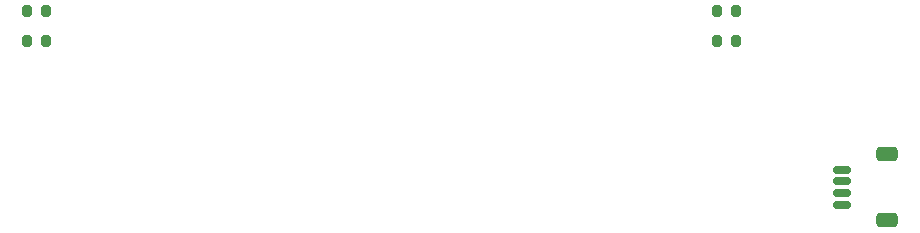
<source format=gtp>
%TF.GenerationSoftware,KiCad,Pcbnew,8.99.0-2433-g53022ab347*%
%TF.CreationDate,2024-10-05T16:52:00+02:00*%
%TF.ProjectId,Flipper SAO Debug,466c6970-7065-4722-9053-414f20446562,1.0*%
%TF.SameCoordinates,PX25b7c30PY3881550*%
%TF.FileFunction,Paste,Top*%
%TF.FilePolarity,Positive*%
%FSLAX46Y46*%
G04 Gerber Fmt 4.6, Leading zero omitted, Abs format (unit mm)*
G04 Created by KiCad (PCBNEW 8.99.0-2433-g53022ab347) date 2024-10-05 16:52:00*
%MOMM*%
%LPD*%
G01*
G04 APERTURE LIST*
G04 Aperture macros list*
%AMRoundRect*
0 Rectangle with rounded corners*
0 $1 Rounding radius*
0 $2 $3 $4 $5 $6 $7 $8 $9 X,Y pos of 4 corners*
0 Add a 4 corners polygon primitive as box body*
4,1,4,$2,$3,$4,$5,$6,$7,$8,$9,$2,$3,0*
0 Add four circle primitives for the rounded corners*
1,1,$1+$1,$2,$3*
1,1,$1+$1,$4,$5*
1,1,$1+$1,$6,$7*
1,1,$1+$1,$8,$9*
0 Add four rect primitives between the rounded corners*
20,1,$1+$1,$2,$3,$4,$5,0*
20,1,$1+$1,$4,$5,$6,$7,0*
20,1,$1+$1,$6,$7,$8,$9,0*
20,1,$1+$1,$8,$9,$2,$3,0*%
G04 Aperture macros list end*
%ADD10RoundRect,0.200000X0.200000X0.275000X-0.200000X0.275000X-0.200000X-0.275000X0.200000X-0.275000X0*%
%ADD11RoundRect,0.200000X-0.200000X-0.275000X0.200000X-0.275000X0.200000X0.275000X-0.200000X0.275000X0*%
%ADD12RoundRect,0.150000X0.625000X-0.150000X0.625000X0.150000X-0.625000X0.150000X-0.625000X-0.150000X0*%
%ADD13RoundRect,0.250000X0.650000X-0.350000X0.650000X0.350000X-0.650000X0.350000X-0.650000X-0.350000X0*%
G04 APERTURE END LIST*
D10*
%TO.C,R2*%
X13345000Y-8060000D03*
X11695000Y-8060000D03*
%TD*%
D11*
%TO.C,R1*%
X11695000Y-10600000D03*
X13345000Y-10600000D03*
%TD*%
D12*
%TO.C,J3*%
X80700000Y-24500000D03*
X80700000Y-23500000D03*
X80700000Y-22500000D03*
X80700001Y-21500000D03*
D13*
X84574998Y-25800000D03*
X84575001Y-20200000D03*
%TD*%
D10*
%TO.C,R4*%
X71765000Y-8060000D03*
X70115000Y-8060000D03*
%TD*%
%TO.C,R3*%
X71765000Y-10600000D03*
X70115000Y-10600000D03*
%TD*%
M02*

</source>
